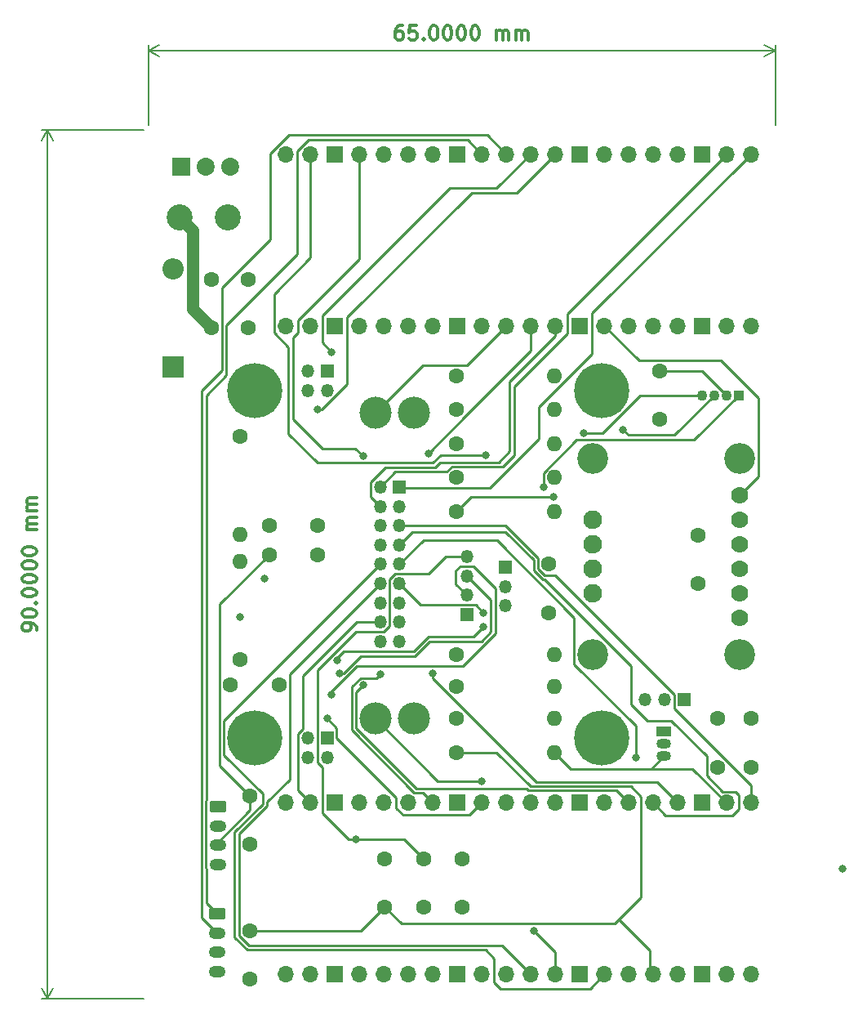
<source format=gbr>
%TF.GenerationSoftware,KiCad,Pcbnew,7.0.7*%
%TF.CreationDate,2024-02-01T11:26:11-05:00*%
%TF.ProjectId,ROSE-PILK_v1,524f5345-2d50-4494-9c4b-5f76312e6b69,rev?*%
%TF.SameCoordinates,Original*%
%TF.FileFunction,Copper,L4,Bot*%
%TF.FilePolarity,Positive*%
%FSLAX46Y46*%
G04 Gerber Fmt 4.6, Leading zero omitted, Abs format (unit mm)*
G04 Created by KiCad (PCBNEW 7.0.7) date 2024-02-01 11:26:11*
%MOMM*%
%LPD*%
G01*
G04 APERTURE LIST*
G04 Aperture macros list*
%AMRoundRect*
0 Rectangle with rounded corners*
0 $1 Rounding radius*
0 $2 $3 $4 $5 $6 $7 $8 $9 X,Y pos of 4 corners*
0 Add a 4 corners polygon primitive as box body*
4,1,4,$2,$3,$4,$5,$6,$7,$8,$9,$2,$3,0*
0 Add four circle primitives for the rounded corners*
1,1,$1+$1,$2,$3*
1,1,$1+$1,$4,$5*
1,1,$1+$1,$6,$7*
1,1,$1+$1,$8,$9*
0 Add four rect primitives between the rounded corners*
20,1,$1+$1,$2,$3,$4,$5,0*
20,1,$1+$1,$4,$5,$6,$7,0*
20,1,$1+$1,$6,$7,$8,$9,0*
20,1,$1+$1,$8,$9,$2,$3,0*%
G04 Aperture macros list end*
%ADD10C,0.300000*%
%TA.AperFunction,NonConductor*%
%ADD11C,0.300000*%
%TD*%
%TA.AperFunction,NonConductor*%
%ADD12C,0.200000*%
%TD*%
%TA.AperFunction,ComponentPad*%
%ADD13RoundRect,0.250000X-0.625000X0.350000X-0.625000X-0.350000X0.625000X-0.350000X0.625000X0.350000X0*%
%TD*%
%TA.AperFunction,ComponentPad*%
%ADD14O,1.750000X1.200000*%
%TD*%
%TA.AperFunction,ComponentPad*%
%ADD15R,1.350000X1.350000*%
%TD*%
%TA.AperFunction,ComponentPad*%
%ADD16O,1.350000X1.350000*%
%TD*%
%TA.AperFunction,ComponentPad*%
%ADD17C,1.600000*%
%TD*%
%TA.AperFunction,ComponentPad*%
%ADD18C,1.778000*%
%TD*%
%TA.AperFunction,ComponentPad*%
%ADD19C,1.930400*%
%TD*%
%TA.AperFunction,ComponentPad*%
%ADD20C,3.200000*%
%TD*%
%TA.AperFunction,ComponentPad*%
%ADD21R,1.860000X1.860000*%
%TD*%
%TA.AperFunction,ComponentPad*%
%ADD22C,1.860000*%
%TD*%
%TA.AperFunction,ComponentPad*%
%ADD23R,2.200000X2.200000*%
%TD*%
%TA.AperFunction,ComponentPad*%
%ADD24O,2.200000X2.200000*%
%TD*%
%TA.AperFunction,ComponentPad*%
%ADD25C,2.700000*%
%TD*%
%TA.AperFunction,ComponentPad*%
%ADD26C,3.320000*%
%TD*%
%TA.AperFunction,ComponentPad*%
%ADD27C,5.700000*%
%TD*%
%TA.AperFunction,ComponentPad*%
%ADD28O,1.600000X1.600000*%
%TD*%
%TA.AperFunction,ComponentPad*%
%ADD29O,1.700000X1.700000*%
%TD*%
%TA.AperFunction,ComponentPad*%
%ADD30R,1.700000X1.700000*%
%TD*%
%TA.AperFunction,ComponentPad*%
%ADD31R,1.100000X1.100000*%
%TD*%
%TA.AperFunction,ComponentPad*%
%ADD32C,1.100000*%
%TD*%
%TA.AperFunction,ComponentPad*%
%ADD33R,1.500000X1.050000*%
%TD*%
%TA.AperFunction,ComponentPad*%
%ADD34O,1.500000X1.050000*%
%TD*%
%TA.AperFunction,ViaPad*%
%ADD35C,0.800000*%
%TD*%
%TA.AperFunction,Conductor*%
%ADD36C,0.250000*%
%TD*%
%TA.AperFunction,Conductor*%
%ADD37C,1.250000*%
%TD*%
G04 APERTURE END LIST*
D10*
D11*
X136378328Y-106785712D02*
X136378328Y-106499998D01*
X136378328Y-106499998D02*
X136306900Y-106357141D01*
X136306900Y-106357141D02*
X136235471Y-106285712D01*
X136235471Y-106285712D02*
X136021185Y-106142855D01*
X136021185Y-106142855D02*
X135735471Y-106071426D01*
X135735471Y-106071426D02*
X135164042Y-106071426D01*
X135164042Y-106071426D02*
X135021185Y-106142855D01*
X135021185Y-106142855D02*
X134949757Y-106214284D01*
X134949757Y-106214284D02*
X134878328Y-106357141D01*
X134878328Y-106357141D02*
X134878328Y-106642855D01*
X134878328Y-106642855D02*
X134949757Y-106785712D01*
X134949757Y-106785712D02*
X135021185Y-106857141D01*
X135021185Y-106857141D02*
X135164042Y-106928569D01*
X135164042Y-106928569D02*
X135521185Y-106928569D01*
X135521185Y-106928569D02*
X135664042Y-106857141D01*
X135664042Y-106857141D02*
X135735471Y-106785712D01*
X135735471Y-106785712D02*
X135806900Y-106642855D01*
X135806900Y-106642855D02*
X135806900Y-106357141D01*
X135806900Y-106357141D02*
X135735471Y-106214284D01*
X135735471Y-106214284D02*
X135664042Y-106142855D01*
X135664042Y-106142855D02*
X135521185Y-106071426D01*
X134878328Y-105142855D02*
X134878328Y-104999998D01*
X134878328Y-104999998D02*
X134949757Y-104857141D01*
X134949757Y-104857141D02*
X135021185Y-104785713D01*
X135021185Y-104785713D02*
X135164042Y-104714284D01*
X135164042Y-104714284D02*
X135449757Y-104642855D01*
X135449757Y-104642855D02*
X135806900Y-104642855D01*
X135806900Y-104642855D02*
X136092614Y-104714284D01*
X136092614Y-104714284D02*
X136235471Y-104785713D01*
X136235471Y-104785713D02*
X136306900Y-104857141D01*
X136306900Y-104857141D02*
X136378328Y-104999998D01*
X136378328Y-104999998D02*
X136378328Y-105142855D01*
X136378328Y-105142855D02*
X136306900Y-105285713D01*
X136306900Y-105285713D02*
X136235471Y-105357141D01*
X136235471Y-105357141D02*
X136092614Y-105428570D01*
X136092614Y-105428570D02*
X135806900Y-105499998D01*
X135806900Y-105499998D02*
X135449757Y-105499998D01*
X135449757Y-105499998D02*
X135164042Y-105428570D01*
X135164042Y-105428570D02*
X135021185Y-105357141D01*
X135021185Y-105357141D02*
X134949757Y-105285713D01*
X134949757Y-105285713D02*
X134878328Y-105142855D01*
X136235471Y-103999999D02*
X136306900Y-103928570D01*
X136306900Y-103928570D02*
X136378328Y-103999999D01*
X136378328Y-103999999D02*
X136306900Y-104071427D01*
X136306900Y-104071427D02*
X136235471Y-103999999D01*
X136235471Y-103999999D02*
X136378328Y-103999999D01*
X134878328Y-102999998D02*
X134878328Y-102857141D01*
X134878328Y-102857141D02*
X134949757Y-102714284D01*
X134949757Y-102714284D02*
X135021185Y-102642856D01*
X135021185Y-102642856D02*
X135164042Y-102571427D01*
X135164042Y-102571427D02*
X135449757Y-102499998D01*
X135449757Y-102499998D02*
X135806900Y-102499998D01*
X135806900Y-102499998D02*
X136092614Y-102571427D01*
X136092614Y-102571427D02*
X136235471Y-102642856D01*
X136235471Y-102642856D02*
X136306900Y-102714284D01*
X136306900Y-102714284D02*
X136378328Y-102857141D01*
X136378328Y-102857141D02*
X136378328Y-102999998D01*
X136378328Y-102999998D02*
X136306900Y-103142856D01*
X136306900Y-103142856D02*
X136235471Y-103214284D01*
X136235471Y-103214284D02*
X136092614Y-103285713D01*
X136092614Y-103285713D02*
X135806900Y-103357141D01*
X135806900Y-103357141D02*
X135449757Y-103357141D01*
X135449757Y-103357141D02*
X135164042Y-103285713D01*
X135164042Y-103285713D02*
X135021185Y-103214284D01*
X135021185Y-103214284D02*
X134949757Y-103142856D01*
X134949757Y-103142856D02*
X134878328Y-102999998D01*
X134878328Y-101571427D02*
X134878328Y-101428570D01*
X134878328Y-101428570D02*
X134949757Y-101285713D01*
X134949757Y-101285713D02*
X135021185Y-101214285D01*
X135021185Y-101214285D02*
X135164042Y-101142856D01*
X135164042Y-101142856D02*
X135449757Y-101071427D01*
X135449757Y-101071427D02*
X135806900Y-101071427D01*
X135806900Y-101071427D02*
X136092614Y-101142856D01*
X136092614Y-101142856D02*
X136235471Y-101214285D01*
X136235471Y-101214285D02*
X136306900Y-101285713D01*
X136306900Y-101285713D02*
X136378328Y-101428570D01*
X136378328Y-101428570D02*
X136378328Y-101571427D01*
X136378328Y-101571427D02*
X136306900Y-101714285D01*
X136306900Y-101714285D02*
X136235471Y-101785713D01*
X136235471Y-101785713D02*
X136092614Y-101857142D01*
X136092614Y-101857142D02*
X135806900Y-101928570D01*
X135806900Y-101928570D02*
X135449757Y-101928570D01*
X135449757Y-101928570D02*
X135164042Y-101857142D01*
X135164042Y-101857142D02*
X135021185Y-101785713D01*
X135021185Y-101785713D02*
X134949757Y-101714285D01*
X134949757Y-101714285D02*
X134878328Y-101571427D01*
X134878328Y-100142856D02*
X134878328Y-99999999D01*
X134878328Y-99999999D02*
X134949757Y-99857142D01*
X134949757Y-99857142D02*
X135021185Y-99785714D01*
X135021185Y-99785714D02*
X135164042Y-99714285D01*
X135164042Y-99714285D02*
X135449757Y-99642856D01*
X135449757Y-99642856D02*
X135806900Y-99642856D01*
X135806900Y-99642856D02*
X136092614Y-99714285D01*
X136092614Y-99714285D02*
X136235471Y-99785714D01*
X136235471Y-99785714D02*
X136306900Y-99857142D01*
X136306900Y-99857142D02*
X136378328Y-99999999D01*
X136378328Y-99999999D02*
X136378328Y-100142856D01*
X136378328Y-100142856D02*
X136306900Y-100285714D01*
X136306900Y-100285714D02*
X136235471Y-100357142D01*
X136235471Y-100357142D02*
X136092614Y-100428571D01*
X136092614Y-100428571D02*
X135806900Y-100499999D01*
X135806900Y-100499999D02*
X135449757Y-100499999D01*
X135449757Y-100499999D02*
X135164042Y-100428571D01*
X135164042Y-100428571D02*
X135021185Y-100357142D01*
X135021185Y-100357142D02*
X134949757Y-100285714D01*
X134949757Y-100285714D02*
X134878328Y-100142856D01*
X134878328Y-98714285D02*
X134878328Y-98571428D01*
X134878328Y-98571428D02*
X134949757Y-98428571D01*
X134949757Y-98428571D02*
X135021185Y-98357143D01*
X135021185Y-98357143D02*
X135164042Y-98285714D01*
X135164042Y-98285714D02*
X135449757Y-98214285D01*
X135449757Y-98214285D02*
X135806900Y-98214285D01*
X135806900Y-98214285D02*
X136092614Y-98285714D01*
X136092614Y-98285714D02*
X136235471Y-98357143D01*
X136235471Y-98357143D02*
X136306900Y-98428571D01*
X136306900Y-98428571D02*
X136378328Y-98571428D01*
X136378328Y-98571428D02*
X136378328Y-98714285D01*
X136378328Y-98714285D02*
X136306900Y-98857143D01*
X136306900Y-98857143D02*
X136235471Y-98928571D01*
X136235471Y-98928571D02*
X136092614Y-99000000D01*
X136092614Y-99000000D02*
X135806900Y-99071428D01*
X135806900Y-99071428D02*
X135449757Y-99071428D01*
X135449757Y-99071428D02*
X135164042Y-99000000D01*
X135164042Y-99000000D02*
X135021185Y-98928571D01*
X135021185Y-98928571D02*
X134949757Y-98857143D01*
X134949757Y-98857143D02*
X134878328Y-98714285D01*
X136378328Y-96428572D02*
X135378328Y-96428572D01*
X135521185Y-96428572D02*
X135449757Y-96357143D01*
X135449757Y-96357143D02*
X135378328Y-96214286D01*
X135378328Y-96214286D02*
X135378328Y-96000000D01*
X135378328Y-96000000D02*
X135449757Y-95857143D01*
X135449757Y-95857143D02*
X135592614Y-95785715D01*
X135592614Y-95785715D02*
X136378328Y-95785715D01*
X135592614Y-95785715D02*
X135449757Y-95714286D01*
X135449757Y-95714286D02*
X135378328Y-95571429D01*
X135378328Y-95571429D02*
X135378328Y-95357143D01*
X135378328Y-95357143D02*
X135449757Y-95214286D01*
X135449757Y-95214286D02*
X135592614Y-95142857D01*
X135592614Y-95142857D02*
X136378328Y-95142857D01*
X136378328Y-94428572D02*
X135378328Y-94428572D01*
X135521185Y-94428572D02*
X135449757Y-94357143D01*
X135449757Y-94357143D02*
X135378328Y-94214286D01*
X135378328Y-94214286D02*
X135378328Y-94000000D01*
X135378328Y-94000000D02*
X135449757Y-93857143D01*
X135449757Y-93857143D02*
X135592614Y-93785715D01*
X135592614Y-93785715D02*
X136378328Y-93785715D01*
X135592614Y-93785715D02*
X135449757Y-93714286D01*
X135449757Y-93714286D02*
X135378328Y-93571429D01*
X135378328Y-93571429D02*
X135378328Y-93357143D01*
X135378328Y-93357143D02*
X135449757Y-93214286D01*
X135449757Y-93214286D02*
X135592614Y-93142857D01*
X135592614Y-93142857D02*
X136378328Y-93142857D01*
D12*
X147500000Y-55000000D02*
X136913580Y-55000000D01*
X147500000Y-145000000D02*
X136913580Y-145000000D01*
X137500000Y-55000000D02*
X137500000Y-145000000D01*
X137500000Y-55000000D02*
X137500000Y-145000000D01*
X137500000Y-55000000D02*
X138086421Y-56126504D01*
X137500000Y-55000000D02*
X136913579Y-56126504D01*
X137500000Y-145000000D02*
X136913579Y-143873496D01*
X137500000Y-145000000D02*
X138086421Y-143873496D01*
D10*
D11*
X174285716Y-44178328D02*
X174000001Y-44178328D01*
X174000001Y-44178328D02*
X173857144Y-44249757D01*
X173857144Y-44249757D02*
X173785716Y-44321185D01*
X173785716Y-44321185D02*
X173642858Y-44535471D01*
X173642858Y-44535471D02*
X173571430Y-44821185D01*
X173571430Y-44821185D02*
X173571430Y-45392614D01*
X173571430Y-45392614D02*
X173642858Y-45535471D01*
X173642858Y-45535471D02*
X173714287Y-45606900D01*
X173714287Y-45606900D02*
X173857144Y-45678328D01*
X173857144Y-45678328D02*
X174142858Y-45678328D01*
X174142858Y-45678328D02*
X174285716Y-45606900D01*
X174285716Y-45606900D02*
X174357144Y-45535471D01*
X174357144Y-45535471D02*
X174428573Y-45392614D01*
X174428573Y-45392614D02*
X174428573Y-45035471D01*
X174428573Y-45035471D02*
X174357144Y-44892614D01*
X174357144Y-44892614D02*
X174285716Y-44821185D01*
X174285716Y-44821185D02*
X174142858Y-44749757D01*
X174142858Y-44749757D02*
X173857144Y-44749757D01*
X173857144Y-44749757D02*
X173714287Y-44821185D01*
X173714287Y-44821185D02*
X173642858Y-44892614D01*
X173642858Y-44892614D02*
X173571430Y-45035471D01*
X175785715Y-44178328D02*
X175071429Y-44178328D01*
X175071429Y-44178328D02*
X175000001Y-44892614D01*
X175000001Y-44892614D02*
X175071429Y-44821185D01*
X175071429Y-44821185D02*
X175214287Y-44749757D01*
X175214287Y-44749757D02*
X175571429Y-44749757D01*
X175571429Y-44749757D02*
X175714287Y-44821185D01*
X175714287Y-44821185D02*
X175785715Y-44892614D01*
X175785715Y-44892614D02*
X175857144Y-45035471D01*
X175857144Y-45035471D02*
X175857144Y-45392614D01*
X175857144Y-45392614D02*
X175785715Y-45535471D01*
X175785715Y-45535471D02*
X175714287Y-45606900D01*
X175714287Y-45606900D02*
X175571429Y-45678328D01*
X175571429Y-45678328D02*
X175214287Y-45678328D01*
X175214287Y-45678328D02*
X175071429Y-45606900D01*
X175071429Y-45606900D02*
X175000001Y-45535471D01*
X176500000Y-45535471D02*
X176571429Y-45606900D01*
X176571429Y-45606900D02*
X176500000Y-45678328D01*
X176500000Y-45678328D02*
X176428572Y-45606900D01*
X176428572Y-45606900D02*
X176500000Y-45535471D01*
X176500000Y-45535471D02*
X176500000Y-45678328D01*
X177500001Y-44178328D02*
X177642858Y-44178328D01*
X177642858Y-44178328D02*
X177785715Y-44249757D01*
X177785715Y-44249757D02*
X177857144Y-44321185D01*
X177857144Y-44321185D02*
X177928572Y-44464042D01*
X177928572Y-44464042D02*
X178000001Y-44749757D01*
X178000001Y-44749757D02*
X178000001Y-45106900D01*
X178000001Y-45106900D02*
X177928572Y-45392614D01*
X177928572Y-45392614D02*
X177857144Y-45535471D01*
X177857144Y-45535471D02*
X177785715Y-45606900D01*
X177785715Y-45606900D02*
X177642858Y-45678328D01*
X177642858Y-45678328D02*
X177500001Y-45678328D01*
X177500001Y-45678328D02*
X177357144Y-45606900D01*
X177357144Y-45606900D02*
X177285715Y-45535471D01*
X177285715Y-45535471D02*
X177214286Y-45392614D01*
X177214286Y-45392614D02*
X177142858Y-45106900D01*
X177142858Y-45106900D02*
X177142858Y-44749757D01*
X177142858Y-44749757D02*
X177214286Y-44464042D01*
X177214286Y-44464042D02*
X177285715Y-44321185D01*
X177285715Y-44321185D02*
X177357144Y-44249757D01*
X177357144Y-44249757D02*
X177500001Y-44178328D01*
X178928572Y-44178328D02*
X179071429Y-44178328D01*
X179071429Y-44178328D02*
X179214286Y-44249757D01*
X179214286Y-44249757D02*
X179285715Y-44321185D01*
X179285715Y-44321185D02*
X179357143Y-44464042D01*
X179357143Y-44464042D02*
X179428572Y-44749757D01*
X179428572Y-44749757D02*
X179428572Y-45106900D01*
X179428572Y-45106900D02*
X179357143Y-45392614D01*
X179357143Y-45392614D02*
X179285715Y-45535471D01*
X179285715Y-45535471D02*
X179214286Y-45606900D01*
X179214286Y-45606900D02*
X179071429Y-45678328D01*
X179071429Y-45678328D02*
X178928572Y-45678328D01*
X178928572Y-45678328D02*
X178785715Y-45606900D01*
X178785715Y-45606900D02*
X178714286Y-45535471D01*
X178714286Y-45535471D02*
X178642857Y-45392614D01*
X178642857Y-45392614D02*
X178571429Y-45106900D01*
X178571429Y-45106900D02*
X178571429Y-44749757D01*
X178571429Y-44749757D02*
X178642857Y-44464042D01*
X178642857Y-44464042D02*
X178714286Y-44321185D01*
X178714286Y-44321185D02*
X178785715Y-44249757D01*
X178785715Y-44249757D02*
X178928572Y-44178328D01*
X180357143Y-44178328D02*
X180500000Y-44178328D01*
X180500000Y-44178328D02*
X180642857Y-44249757D01*
X180642857Y-44249757D02*
X180714286Y-44321185D01*
X180714286Y-44321185D02*
X180785714Y-44464042D01*
X180785714Y-44464042D02*
X180857143Y-44749757D01*
X180857143Y-44749757D02*
X180857143Y-45106900D01*
X180857143Y-45106900D02*
X180785714Y-45392614D01*
X180785714Y-45392614D02*
X180714286Y-45535471D01*
X180714286Y-45535471D02*
X180642857Y-45606900D01*
X180642857Y-45606900D02*
X180500000Y-45678328D01*
X180500000Y-45678328D02*
X180357143Y-45678328D01*
X180357143Y-45678328D02*
X180214286Y-45606900D01*
X180214286Y-45606900D02*
X180142857Y-45535471D01*
X180142857Y-45535471D02*
X180071428Y-45392614D01*
X180071428Y-45392614D02*
X180000000Y-45106900D01*
X180000000Y-45106900D02*
X180000000Y-44749757D01*
X180000000Y-44749757D02*
X180071428Y-44464042D01*
X180071428Y-44464042D02*
X180142857Y-44321185D01*
X180142857Y-44321185D02*
X180214286Y-44249757D01*
X180214286Y-44249757D02*
X180357143Y-44178328D01*
X181785714Y-44178328D02*
X181928571Y-44178328D01*
X181928571Y-44178328D02*
X182071428Y-44249757D01*
X182071428Y-44249757D02*
X182142857Y-44321185D01*
X182142857Y-44321185D02*
X182214285Y-44464042D01*
X182214285Y-44464042D02*
X182285714Y-44749757D01*
X182285714Y-44749757D02*
X182285714Y-45106900D01*
X182285714Y-45106900D02*
X182214285Y-45392614D01*
X182214285Y-45392614D02*
X182142857Y-45535471D01*
X182142857Y-45535471D02*
X182071428Y-45606900D01*
X182071428Y-45606900D02*
X181928571Y-45678328D01*
X181928571Y-45678328D02*
X181785714Y-45678328D01*
X181785714Y-45678328D02*
X181642857Y-45606900D01*
X181642857Y-45606900D02*
X181571428Y-45535471D01*
X181571428Y-45535471D02*
X181499999Y-45392614D01*
X181499999Y-45392614D02*
X181428571Y-45106900D01*
X181428571Y-45106900D02*
X181428571Y-44749757D01*
X181428571Y-44749757D02*
X181499999Y-44464042D01*
X181499999Y-44464042D02*
X181571428Y-44321185D01*
X181571428Y-44321185D02*
X181642857Y-44249757D01*
X181642857Y-44249757D02*
X181785714Y-44178328D01*
X184071427Y-45678328D02*
X184071427Y-44678328D01*
X184071427Y-44821185D02*
X184142856Y-44749757D01*
X184142856Y-44749757D02*
X184285713Y-44678328D01*
X184285713Y-44678328D02*
X184499999Y-44678328D01*
X184499999Y-44678328D02*
X184642856Y-44749757D01*
X184642856Y-44749757D02*
X184714285Y-44892614D01*
X184714285Y-44892614D02*
X184714285Y-45678328D01*
X184714285Y-44892614D02*
X184785713Y-44749757D01*
X184785713Y-44749757D02*
X184928570Y-44678328D01*
X184928570Y-44678328D02*
X185142856Y-44678328D01*
X185142856Y-44678328D02*
X185285713Y-44749757D01*
X185285713Y-44749757D02*
X185357142Y-44892614D01*
X185357142Y-44892614D02*
X185357142Y-45678328D01*
X186071427Y-45678328D02*
X186071427Y-44678328D01*
X186071427Y-44821185D02*
X186142856Y-44749757D01*
X186142856Y-44749757D02*
X186285713Y-44678328D01*
X186285713Y-44678328D02*
X186499999Y-44678328D01*
X186499999Y-44678328D02*
X186642856Y-44749757D01*
X186642856Y-44749757D02*
X186714285Y-44892614D01*
X186714285Y-44892614D02*
X186714285Y-45678328D01*
X186714285Y-44892614D02*
X186785713Y-44749757D01*
X186785713Y-44749757D02*
X186928570Y-44678328D01*
X186928570Y-44678328D02*
X187142856Y-44678328D01*
X187142856Y-44678328D02*
X187285713Y-44749757D01*
X187285713Y-44749757D02*
X187357142Y-44892614D01*
X187357142Y-44892614D02*
X187357142Y-45678328D01*
D12*
X148000000Y-54500000D02*
X148000000Y-46213580D01*
X213000000Y-54500000D02*
X213000000Y-46213580D01*
X148000000Y-46800000D02*
X213000000Y-46800000D01*
X148000000Y-46800000D02*
X213000000Y-46800000D01*
X148000000Y-46800000D02*
X149126504Y-46213579D01*
X148000000Y-46800000D02*
X149126504Y-47386421D01*
X213000000Y-46800000D02*
X211873496Y-47386421D01*
X213000000Y-46800000D02*
X211873496Y-46213579D01*
D13*
%TO.P,J7,1,Pin_1*%
%TO.N,/QUADB1*%
X155100000Y-136200000D03*
D14*
%TO.P,J7,2,Pin_2*%
%TO.N,/QUADA1*%
X155100000Y-138200000D03*
%TO.P,J7,3,Pin_3*%
%TO.N,/3V3*%
X155100000Y-140200000D03*
%TO.P,J7,4,Pin_4*%
%TO.N,/GND*%
X155100000Y-142200000D03*
%TD*%
D15*
%TO.P,J13,1,Pin_1*%
%TO.N,/5V*%
X166500000Y-118000000D03*
D16*
%TO.P,J13,2,Pin_2*%
X164500000Y-118000000D03*
%TO.P,J13,3,Pin_3*%
X166500000Y-120000000D03*
%TO.P,J13,4,Pin_4*%
X164500000Y-120000000D03*
%TD*%
D17*
%TO.P,CAN2,1*%
%TO.N,/3V3*%
X160500000Y-99000000D03*
%TO.P,CAN2,2*%
%TO.N,/GND*%
X165500000Y-99000000D03*
%TD*%
%TO.P,JETSON1V8,1*%
%TO.N,/GND*%
X176500000Y-135500000D03*
%TO.P,JETSON1V8,2*%
%TO.N,Net-(J1-Pin_4)*%
X176500000Y-130500000D03*
%TD*%
D18*
%TO.P,IMU,1*%
%TO.N,/3V3*%
X209307500Y-105537500D03*
D19*
%TO.N,/INT*%
X194067501Y-102997500D03*
D18*
%TO.P,IMU,2*%
%TO.N,N/C*%
X209307501Y-102997500D03*
D19*
%TO.N,/ADR*%
X194067501Y-100457500D03*
D18*
%TO.P,IMU,3*%
%TO.N,/GND*%
X209307501Y-100457500D03*
D19*
%TO.N,/PS0*%
X194067501Y-97917500D03*
D18*
%TO.P,IMU,4*%
%TO.N,/IMU_SCL*%
X209307501Y-97917500D03*
D19*
%TO.N,/PS1*%
X194067501Y-95377500D03*
D18*
%TO.P,IMU,5*%
%TO.N,/IMU_SDA*%
X209307501Y-95377500D03*
%TO.P,IMU,6*%
%TO.N,/IMU_RST*%
X209307501Y-92837500D03*
D20*
%TO.P,IMU,P$1*%
%TO.N,N/C*%
X194067501Y-109347500D03*
X209307501Y-109347500D03*
X194067501Y-89027500D03*
X209307501Y-89027500D03*
%TD*%
D21*
%TO.P,Q1,1,IN*%
%TO.N,Net-(Q1-IN)*%
X151420000Y-58800000D03*
D22*
%TO.P,Q1,2,GND*%
%TO.N,/GND*%
X153960000Y-58800000D03*
%TO.P,Q1,3,OUT*%
%TO.N,Net-(D17-A)*%
X156500000Y-58800000D03*
%TD*%
D23*
%TO.P,D17,1,K*%
%TO.N,/5V*%
X150500000Y-79580000D03*
D24*
%TO.P,D17,2,A*%
%TO.N,Net-(D17-A)*%
X150500000Y-69420000D03*
%TD*%
D25*
%TO.P,U4,P$2,-*%
%TO.N,/GND*%
X156200000Y-64100000D03*
%TO.P,U4,P$1,+*%
%TO.N,Net-(Q1-IN)*%
X151200000Y-64100000D03*
%TD*%
D26*
%TO.P,SW2,1,1*%
%TO.N,Net-(U6-RUN)*%
X171500000Y-116000000D03*
%TO.P,SW2,2,2*%
%TO.N,/GND*%
X175500000Y-116000000D03*
%TD*%
D17*
%TO.P,CAN1,1*%
%TO.N,/3V3*%
X160500000Y-96000000D03*
%TO.P,CAN1,2*%
%TO.N,/GND*%
X165500000Y-96000000D03*
%TD*%
D27*
%TO.P,REF\u002A\u002A,1*%
%TO.N,N/C*%
X159000000Y-118000000D03*
%TD*%
D17*
%TO.P,R33,1*%
%TO.N,Net-(J4-Pin_2)*%
X157500000Y-109880000D03*
D28*
%TO.P,R33,2*%
%TO.N,Net-(J4-Pin_1)*%
X157500000Y-99720000D03*
%TD*%
D15*
%TO.P,J1,1,Pin_1*%
%TO.N,/GND*%
X181000000Y-105200000D03*
D16*
%TO.P,J1,2,Pin_2*%
%TO.N,Net-(J1-Pin_2)*%
X181000000Y-103200000D03*
%TO.P,J1,3,Pin_3*%
%TO.N,Net-(J1-Pin_3)*%
X181000000Y-101200000D03*
%TO.P,J1,4,Pin_4*%
%TO.N,Net-(J1-Pin_4)*%
X181000000Y-99200000D03*
%TD*%
D17*
%TO.P,IMUC13,1*%
%TO.N,/3V3*%
X205000000Y-102000000D03*
%TO.P,IMUC13,2*%
%TO.N,/GND*%
X205000000Y-97000000D03*
%TD*%
D29*
%TO.P,U6,1,GPIO0*%
%TO.N,/B0*%
X210500000Y-124720000D03*
%TO.P,U6,2,GPIO1*%
%TO.N,/DR16_TX*%
X207960000Y-124720000D03*
D30*
%TO.P,U6,3,GND*%
%TO.N,/GND*%
X205420000Y-124720000D03*
D29*
%TO.P,U6,4,GPIO2*%
%TO.N,/B2*%
X202880000Y-124720000D03*
%TO.P,U6,5,GPIO3*%
%TO.N,/B3*%
X200340000Y-124720000D03*
%TO.P,U6,6,GPIO4*%
%TO.N,/B4*%
X197800000Y-124720000D03*
%TO.P,U6,7,GPIO5*%
%TO.N,/B5*%
X195260000Y-124720000D03*
D30*
%TO.P,U6,8,GND*%
%TO.N,/GND*%
X192720000Y-124720000D03*
D29*
%TO.P,U6,9,GPIO6*%
%TO.N,/CAN1_RX*%
X190180000Y-124720000D03*
%TO.P,U6,10,GPIO7*%
%TO.N,/CAN1_TX*%
X187640000Y-124720000D03*
%TO.P,U6,11,GPIO8*%
%TO.N,/CAN2_RX*%
X185100000Y-124720000D03*
%TO.P,U6,12,GPIO9*%
%TO.N,/CAN2_TX*%
X182560000Y-124720000D03*
D30*
%TO.P,U6,13,GND*%
%TO.N,/GND*%
X180020000Y-124720000D03*
D29*
%TO.P,U6,14,GPIO10*%
%TO.N,/B10*%
X177480000Y-124720000D03*
%TO.P,U6,15,GPIO11*%
%TO.N,/B11*%
X174940000Y-124720000D03*
%TO.P,U6,16,GPIO12*%
%TO.N,/P2P_2*%
X172400000Y-124720000D03*
%TO.P,U6,17,GPIO13*%
%TO.N,/P2P_1*%
X169860000Y-124720000D03*
D30*
%TO.P,U6,18,GND*%
%TO.N,/GND*%
X167320000Y-124720000D03*
D29*
%TO.P,U6,19,GPIO14*%
%TO.N,/B14*%
X164780000Y-124720000D03*
%TO.P,U6,20,GPIO15*%
%TO.N,unconnected-(U6-GPIO15-Pad20)*%
X162240000Y-124720000D03*
%TO.P,U6,21,GPIO16*%
%TO.N,unconnected-(U6-GPIO16-Pad21)*%
X162240000Y-142500000D03*
%TO.P,U6,22,GPIO17*%
%TO.N,unconnected-(U6-GPIO17-Pad22)*%
X164780000Y-142500000D03*
D30*
%TO.P,U6,23,GND*%
%TO.N,/GND*%
X167320000Y-142500000D03*
D29*
%TO.P,U6,24,GPIO18*%
%TO.N,unconnected-(U6-GPIO18-Pad24)*%
X169860000Y-142500000D03*
%TO.P,U6,25,GPIO19*%
%TO.N,unconnected-(U6-GPIO19-Pad25)*%
X172400000Y-142500000D03*
%TO.P,U6,26,GPIO20*%
%TO.N,/B20*%
X174940000Y-142500000D03*
%TO.P,U6,27,GPIO21*%
%TO.N,/B21*%
X177480000Y-142500000D03*
D30*
%TO.P,U6,28,GND*%
%TO.N,/GND*%
X180020000Y-142500000D03*
D29*
%TO.P,U6,29,GPIO22*%
%TO.N,/B22*%
X182560000Y-142500000D03*
%TO.P,U6,30,RUN*%
%TO.N,Net-(U6-RUN)*%
X185100000Y-142500000D03*
%TO.P,U6,31,GPIO26_ADC0*%
%TO.N,/B26*%
X187640000Y-142500000D03*
%TO.P,U6,32,GPIO27_ADC1*%
%TO.N,/B27*%
X190180000Y-142500000D03*
D30*
%TO.P,U6,33,AGND*%
%TO.N,/GND*%
X192720000Y-142500000D03*
D29*
%TO.P,U6,34,GPIO28_ADC2*%
%TO.N,/B28*%
X195260000Y-142500000D03*
%TO.P,U6,35,ADC_VREF*%
%TO.N,unconnected-(U6-ADC_VREF-Pad35)*%
X197800000Y-142500000D03*
%TO.P,U6,36,3V3*%
%TO.N,/3V3*%
X200340000Y-142500000D03*
%TO.P,U6,37,3V3_EN*%
%TO.N,unconnected-(U6-3V3_EN-Pad37)*%
X202880000Y-142500000D03*
D30*
%TO.P,U6,38,GND*%
%TO.N,/GND*%
X205420000Y-142500000D03*
D29*
%TO.P,U6,39,VSYS*%
%TO.N,/5V*%
X207960000Y-142500000D03*
%TO.P,U6,40,VBUS*%
%TO.N,unconnected-(U6-VBUS-Pad40)*%
X210500000Y-142500000D03*
%TD*%
D17*
%TO.P,C3,1*%
%TO.N,Net-(D17-A)*%
X158300000Y-75500000D03*
%TO.P,C3,2*%
%TO.N,/GND*%
X158300000Y-70500000D03*
%TD*%
D29*
%TO.P,U1,1,GPIO0*%
%TO.N,/A0*%
X210500000Y-57500000D03*
%TO.P,U1,2,GPIO1*%
%TO.N,/A1*%
X207960000Y-57500000D03*
D30*
%TO.P,U1,3,GND*%
%TO.N,/GND*%
X205420000Y-57500000D03*
D29*
%TO.P,U1,4,GPIO2*%
%TO.N,/IMU_SDA*%
X202880000Y-57500000D03*
%TO.P,U1,5,GPIO3*%
%TO.N,/IMU_SCL*%
X200340000Y-57500000D03*
%TO.P,U1,6,GPIO4*%
%TO.N,/JETSON_rx*%
X197800000Y-57500000D03*
%TO.P,U1,7,GPIO5*%
%TO.N,/JETSON_tx*%
X195260000Y-57500000D03*
D30*
%TO.P,U1,8,GND*%
%TO.N,/GND*%
X192720000Y-57500000D03*
D29*
%TO.P,U1,9,GPIO6*%
%TO.N,/CAN1_RX*%
X190180000Y-57500000D03*
%TO.P,U1,10,GPIO7*%
%TO.N,/CAN1_TX*%
X187640000Y-57500000D03*
%TO.P,U1,11,GPIO8*%
%TO.N,/QUADA1*%
X185100000Y-57500000D03*
%TO.P,U1,12,GPIO9*%
%TO.N,/QUADB1*%
X182560000Y-57500000D03*
D30*
%TO.P,U1,13,GND*%
%TO.N,/GND*%
X180020000Y-57500000D03*
D29*
%TO.P,U1,14,GPIO10*%
%TO.N,/QUADA2*%
X177480000Y-57500000D03*
%TO.P,U1,15,GPIO11*%
%TO.N,/QUADB2*%
X174940000Y-57500000D03*
%TO.P,U1,16,GPIO12*%
%TO.N,/P2P_1*%
X172400000Y-57500000D03*
%TO.P,U1,17,GPIO13*%
%TO.N,/P2P_2*%
X169860000Y-57500000D03*
D30*
%TO.P,U1,18,GND*%
%TO.N,/GND*%
X167320000Y-57500000D03*
D29*
%TO.P,U1,19,GPIO14*%
%TO.N,/SERVO*%
X164780000Y-57500000D03*
%TO.P,U1,20,GPIO15*%
%TO.N,unconnected-(U1-GPIO15-Pad20)*%
X162240000Y-57500000D03*
%TO.P,U1,21,GPIO16*%
%TO.N,unconnected-(U1-GPIO16-Pad21)*%
X162240000Y-75280000D03*
%TO.P,U1,22,GPIO17*%
%TO.N,unconnected-(U1-GPIO17-Pad22)*%
X164780000Y-75280000D03*
D30*
%TO.P,U1,23,GND*%
%TO.N,/GND*%
X167320000Y-75280000D03*
D29*
%TO.P,U1,24,GPIO18*%
%TO.N,unconnected-(U1-GPIO18-Pad24)*%
X169860000Y-75280000D03*
%TO.P,U1,25,GPIO19*%
%TO.N,unconnected-(U1-GPIO19-Pad25)*%
X172400000Y-75280000D03*
%TO.P,U1,26,GPIO20*%
%TO.N,/LEDR*%
X174940000Y-75280000D03*
%TO.P,U1,27,GPIO21*%
%TO.N,/LEDG*%
X177480000Y-75280000D03*
D30*
%TO.P,U1,28,GND*%
%TO.N,/GND*%
X180020000Y-75280000D03*
D29*
%TO.P,U1,29,GPIO22*%
%TO.N,/LEDB*%
X182560000Y-75280000D03*
%TO.P,U1,30,RUN*%
%TO.N,Net-(U1-RUN)*%
X185100000Y-75280000D03*
%TO.P,U1,31,GPIO26_ADC0*%
%TO.N,/A26*%
X187640000Y-75280000D03*
%TO.P,U1,32,GPIO27_ADC1*%
%TO.N,/A27*%
X190180000Y-75280000D03*
D30*
%TO.P,U1,33,AGND*%
%TO.N,/GND*%
X192720000Y-75280000D03*
D29*
%TO.P,U1,34,GPIO28_ADC2*%
%TO.N,/IMU_RST*%
X195260000Y-75280000D03*
%TO.P,U1,35,ADC_VREF*%
%TO.N,unconnected-(U1-ADC_VREF-Pad35)*%
X197800000Y-75280000D03*
%TO.P,U1,36,3V3*%
%TO.N,/3V3*%
X200340000Y-75280000D03*
%TO.P,U1,37,3V3_EN*%
%TO.N,unconnected-(U1-3V3_EN-Pad37)*%
X202880000Y-75280000D03*
D30*
%TO.P,U1,38,GND*%
%TO.N,/GND*%
X205420000Y-75280000D03*
D29*
%TO.P,U1,39,VSYS*%
%TO.N,/5V*%
X207960000Y-75280000D03*
%TO.P,U1,40,VBUS*%
%TO.N,unconnected-(U1-VBUS-Pad40)*%
X210500000Y-75280000D03*
%TD*%
D17*
%TO.P,PICOU1,1*%
%TO.N,/5V*%
X201000000Y-85000000D03*
%TO.P,PICOU1,2*%
%TO.N,/GND*%
X201000000Y-80000000D03*
%TD*%
D31*
%TO.P,D16,1*%
%TO.N,Net-(D16-Pad1)*%
X209170000Y-82500000D03*
D32*
%TO.P,D16,2*%
%TO.N,/GND*%
X207900000Y-82500000D03*
%TO.P,D16,3*%
%TO.N,Net-(D16-Pad3)*%
X206630000Y-82500000D03*
%TO.P,D16,4*%
%TO.N,Net-(D16-Pad4)*%
X205360000Y-82500000D03*
%TD*%
D17*
%TO.P,C2,1*%
%TO.N,Net-(Q1-IN)*%
X154500000Y-75500000D03*
%TO.P,C2,2*%
%TO.N,/GND*%
X154500000Y-70500000D03*
%TD*%
%TO.P,R5,1*%
%TO.N,/GPIO1-A*%
X179920000Y-80500000D03*
D28*
%TO.P,R5,2*%
%TO.N,/GPIO0-B*%
X190080000Y-80500000D03*
%TD*%
D17*
%TO.P,QUAD2,1*%
%TO.N,/3V3*%
X158500000Y-138000000D03*
%TO.P,QUAD2,2*%
%TO.N,/GND*%
X158500000Y-143000000D03*
%TD*%
%TO.P,R30,1*%
%TO.N,Net-(J2-Pin_3)*%
X179920000Y-94500000D03*
D28*
%TO.P,R30,2*%
%TO.N,Net-(Q3-B)*%
X190080000Y-94500000D03*
%TD*%
D17*
%TO.P,R1,1*%
%TO.N,/LEDG*%
X179920000Y-109400000D03*
D28*
%TO.P,R1,2*%
%TO.N,Net-(D16-Pad4)*%
X190080000Y-109400000D03*
%TD*%
D15*
%TO.P,J10,1,Pin_1*%
%TO.N,/A0*%
X174000000Y-92000000D03*
D16*
%TO.P,J10,2,Pin_2*%
%TO.N,/A1*%
X172000000Y-92000000D03*
%TO.P,J10,3,Pin_3*%
%TO.N,/A26*%
X174000000Y-94000000D03*
%TO.P,J10,4,Pin_4*%
%TO.N,/A27*%
X172000000Y-94000000D03*
%TO.P,J10,5,Pin_5*%
%TO.N,/B0*%
X174000000Y-96000000D03*
%TO.P,J10,6,Pin_6*%
%TO.N,/B2*%
X172000000Y-96000000D03*
%TO.P,J10,7,Pin_7*%
%TO.N,/B3*%
X174000000Y-98000000D03*
%TO.P,J10,8,Pin_8*%
%TO.N,/B4*%
X172000000Y-98000000D03*
%TO.P,J10,9,Pin_9*%
%TO.N,/B5*%
X174000000Y-100000000D03*
%TO.P,J10,10,Pin_10*%
%TO.N,/B28*%
X172000000Y-100000000D03*
%TO.P,J10,11,Pin_11*%
%TO.N,/B27*%
X174000000Y-102000000D03*
%TO.P,J10,12,Pin_12*%
%TO.N,/B26*%
X172000000Y-102000000D03*
%TO.P,J10,13,Pin_13*%
%TO.N,/B22*%
X174000000Y-104000000D03*
%TO.P,J10,14,Pin_14*%
%TO.N,/B21*%
X172000000Y-104000000D03*
%TO.P,J10,15,Pin_15*%
%TO.N,/B20*%
X174000000Y-106000000D03*
%TO.P,J10,16,Pin_16*%
%TO.N,/B14*%
X172000000Y-106000000D03*
%TO.P,J10,17,Pin_17*%
%TO.N,/B11*%
X174000000Y-108000000D03*
%TO.P,J10,18,Pin_18*%
%TO.N,/B10*%
X172000000Y-108000000D03*
%TD*%
D17*
%TO.P,JETSON3V3,1*%
%TO.N,/3V3*%
X172500000Y-135500000D03*
%TO.P,JETSON3V3,2*%
%TO.N,/GND*%
X172500000Y-130500000D03*
%TD*%
%TO.P,JETSONGND1,1*%
%TO.N,/GND*%
X180500000Y-135500000D03*
%TO.P,JETSONGND1,2*%
X180500000Y-130500000D03*
%TD*%
%TO.P,R10,1*%
%TO.N,/RP2040-Connect/GPIO0-A*%
X179920000Y-91000000D03*
D28*
%TO.P,R10,2*%
%TO.N,/RP2040-Connect/GPIO1-B*%
X190080000Y-91000000D03*
%TD*%
D15*
%TO.P,J2,1,Pin_1*%
%TO.N,/GND*%
X203500000Y-114000000D03*
D16*
%TO.P,J2,2,Pin_2*%
%TO.N,/5V*%
X201500000Y-114000000D03*
%TO.P,J2,3,Pin_3*%
%TO.N,Net-(J2-Pin_3)*%
X199500000Y-114000000D03*
%TD*%
D13*
%TO.P,J11,1,Pin_1*%
%TO.N,/QUADB2*%
X155150000Y-125100000D03*
D14*
%TO.P,J11,2,Pin_2*%
%TO.N,/QUADA2*%
X155150000Y-127100000D03*
%TO.P,J11,3,Pin_3*%
%TO.N,/3V3*%
X155150000Y-129100000D03*
%TO.P,J11,4,Pin_4*%
%TO.N,/GND*%
X155150000Y-131100000D03*
%TD*%
D17*
%TO.P,R31,1*%
%TO.N,/3V3*%
X179920000Y-119500000D03*
D28*
%TO.P,R31,2*%
%TO.N,/DR16_TX*%
X190080000Y-119500000D03*
%TD*%
D17*
%TO.P,R2,1*%
%TO.N,/LEDB*%
X179940000Y-112700000D03*
D28*
%TO.P,R2,2*%
%TO.N,Net-(D16-Pad3)*%
X190100000Y-112700000D03*
%TD*%
D17*
%TO.P,SERVO1,1*%
%TO.N,/GND*%
X189500000Y-105000000D03*
%TO.P,SERVO1,2*%
%TO.N,/5V*%
X189500000Y-100000000D03*
%TD*%
D15*
%TO.P,J9,1,Pin_1*%
%TO.N,/SERVO*%
X185000000Y-100300000D03*
D16*
%TO.P,J9,2,Pin_2*%
%TO.N,/5V*%
X185000000Y-102300000D03*
%TO.P,J9,3,Pin_3*%
%TO.N,/GND*%
X185000000Y-104300000D03*
%TD*%
D27*
%TO.P,MountingHole3,1*%
%TO.N,N/C*%
X195000000Y-82000000D03*
%TD*%
%TO.P,MountingHole2,1*%
%TO.N,N/C*%
X195000000Y-118000000D03*
%TD*%
D33*
%TO.P,Q3,1,E*%
%TO.N,/GND*%
X201440000Y-117330000D03*
D34*
%TO.P,Q3,2,B*%
%TO.N,Net-(Q3-B)*%
X201440000Y-118600000D03*
%TO.P,Q3,3,C*%
%TO.N,/DR16_TX*%
X201440000Y-119870000D03*
%TD*%
D17*
%TO.P,PICOU6,1*%
%TO.N,/5V*%
X207000000Y-116000000D03*
%TO.P,PICOU6,2*%
%TO.N,/GND*%
X207000000Y-121000000D03*
%TD*%
D27*
%TO.P,MountingHole1,1*%
%TO.N,N/C*%
X159000000Y-82000000D03*
%TD*%
D17*
%TO.P,R20,1*%
%TO.N,/RP2040-Connect/GPIO1-A*%
X179920000Y-87500000D03*
D28*
%TO.P,R20,2*%
%TO.N,/RP2040-Connect/GPIO0-B*%
X190080000Y-87500000D03*
%TD*%
D17*
%TO.P,R32,1*%
%TO.N,Net-(J3-Pin_1)*%
X157500000Y-86740000D03*
D28*
%TO.P,R32,2*%
%TO.N,Net-(J3-Pin_2)*%
X157500000Y-96900000D03*
%TD*%
D26*
%TO.P,SW1,1,1*%
%TO.N,Net-(U1-RUN)*%
X171500000Y-84300000D03*
%TO.P,SW1,2,2*%
%TO.N,/GND*%
X175500000Y-84300000D03*
%TD*%
D17*
%TO.P,R3,1*%
%TO.N,/LEDR*%
X179920000Y-116000000D03*
D28*
%TO.P,R3,2*%
%TO.N,Net-(D16-Pad1)*%
X190080000Y-116000000D03*
%TD*%
D15*
%TO.P,J12,1,Pin_1*%
%TO.N,/GND*%
X166500000Y-80000000D03*
D16*
%TO.P,J12,2,Pin_2*%
X164500000Y-80000000D03*
%TO.P,J12,3,Pin_3*%
X166500000Y-82000000D03*
%TO.P,J12,4,Pin_4*%
X164500000Y-82000000D03*
%TD*%
D17*
%TO.P,R4,1*%
%TO.N,/GPIO0-A*%
X179920000Y-84000000D03*
D28*
%TO.P,R4,2*%
%TO.N,/GPIO1-B*%
X190080000Y-84000000D03*
%TD*%
D17*
%TO.P,DR16,1*%
%TO.N,/GND*%
X210500000Y-121000000D03*
%TO.P,DR16,2*%
%TO.N,/5V*%
X210500000Y-116000000D03*
%TD*%
%TO.P,5VCAP1,1*%
%TO.N,/5V*%
X156500000Y-112500000D03*
%TO.P,5VCAP1,2*%
X161500000Y-112500000D03*
%TD*%
%TO.P,QUAD1,1*%
%TO.N,/3V3*%
X158500000Y-124000000D03*
%TO.P,QUAD1,2*%
%TO.N,/GND*%
X158500000Y-129000000D03*
%TD*%
D35*
%TO.N,*%
X220000000Y-131500000D03*
%TO.N,/GND*%
X157500000Y-105500000D03*
X160000000Y-101500000D03*
%TO.N,Net-(J2-Pin_3)*%
X190000000Y-93000000D03*
%TO.N,/CAN1_RX*%
X165500000Y-84000000D03*
%TO.N,/CAN1_TX*%
X167000000Y-78000000D03*
%TO.N,/CAN2_RX*%
X167543449Y-109981150D03*
X182724500Y-106500000D03*
%TO.N,/CAN2_TX*%
X166500000Y-116000000D03*
%TO.N,/A26*%
X177000000Y-88500000D03*
%TO.N,/B27*%
X182724500Y-105000000D03*
X187987701Y-137987701D03*
%TO.N,Net-(D16-Pad4)*%
X193150000Y-86378000D03*
%TO.N,Net-(D16-Pad3)*%
X197200000Y-86050000D03*
%TO.N,Net-(D16-Pad1)*%
X188999500Y-92000000D03*
%TO.N,Net-(J1-Pin_3)*%
X167775500Y-111270000D03*
%TO.N,Net-(J1-Pin_4)*%
X169500000Y-128500000D03*
%TO.N,Net-(J1-Pin_2)*%
X167000000Y-113500000D03*
%TO.N,/SERVO*%
X183000000Y-88700500D03*
%TO.N,Net-(U6-RUN)*%
X182500000Y-122500000D03*
%TO.N,/B2*%
X177450500Y-111290078D03*
%TO.N,/B4*%
X170275500Y-112500000D03*
%TO.N,/B5*%
X198500000Y-120000000D03*
%TO.N,/B10*%
X172012299Y-111387701D03*
%TO.N,/P2P_2*%
X170224500Y-88775500D03*
%TD*%
D36*
%TO.N,/GND*%
X207900000Y-82500000D02*
X205400000Y-80000000D01*
X205400000Y-80000000D02*
X201000000Y-80000000D01*
%TO.N,/3V3*%
X172500000Y-135500000D02*
X174250000Y-137250000D01*
X196775000Y-136775000D02*
X200000000Y-140000000D01*
X155150000Y-128825000D02*
X158500000Y-125475000D01*
X158500000Y-125475000D02*
X158500000Y-124000000D01*
X155150000Y-129100000D02*
X155150000Y-128825000D01*
X196300000Y-137250000D02*
X196775000Y-136775000D01*
X187581701Y-123000000D02*
X198000000Y-123000000D01*
X199050000Y-134500000D02*
X196775000Y-136775000D01*
X199050000Y-124050000D02*
X199050000Y-134500000D01*
X158500000Y-138000000D02*
X170000000Y-138000000D01*
X200000000Y-142160000D02*
X200340000Y-142500000D01*
X198000000Y-123000000D02*
X199050000Y-124050000D01*
X170000000Y-138000000D02*
X172500000Y-135500000D01*
X155375000Y-104125000D02*
X160500000Y-99000000D01*
X174250000Y-137250000D02*
X196300000Y-137250000D01*
X179920000Y-119500000D02*
X184081701Y-119500000D01*
X200000000Y-140000000D02*
X200000000Y-142160000D01*
X184081701Y-119500000D02*
X187581701Y-123000000D01*
X158500000Y-124000000D02*
X155375000Y-120875000D01*
X155375000Y-120875000D02*
X155375000Y-104125000D01*
D37*
%TO.N,Net-(Q1-IN)*%
X152550000Y-73550000D02*
X154500000Y-75500000D01*
X152550000Y-65450000D02*
X152550000Y-73550000D01*
X151200000Y-64100000D02*
X152550000Y-65450000D01*
D36*
%TO.N,Net-(J2-Pin_3)*%
X179920000Y-94500000D02*
X181420000Y-93000000D01*
X181420000Y-93000000D02*
X190000000Y-93000000D01*
%TO.N,/CAN1_RX*%
X168600000Y-74410000D02*
X181510000Y-61500000D01*
X165914214Y-84000000D02*
X168600000Y-81314214D01*
X186180000Y-61500000D02*
X190180000Y-57500000D01*
X168600000Y-81314214D02*
X168600000Y-74410000D01*
X165500000Y-84000000D02*
X165914214Y-84000000D01*
X181510000Y-61500000D02*
X186180000Y-61500000D01*
%TO.N,/CAN1_TX*%
X187640000Y-57500000D02*
X184090000Y-61050000D01*
X166040000Y-74210000D02*
X166040000Y-77040000D01*
X179200000Y-61050000D02*
X166040000Y-74210000D01*
X184090000Y-61050000D02*
X179200000Y-61050000D01*
X166040000Y-77040000D02*
X167000000Y-78000000D01*
%TO.N,/CAN2_RX*%
X167543449Y-109706551D02*
X168250000Y-109000000D01*
X177000000Y-107500000D02*
X181724500Y-107500000D01*
X168250000Y-109000000D02*
X175500000Y-109000000D01*
X175500000Y-109000000D02*
X177000000Y-107500000D01*
X181724500Y-107500000D02*
X182724500Y-106500000D01*
X167543449Y-109981150D02*
X167543449Y-109706551D01*
%TO.N,/CAN2_TX*%
X167500000Y-117000000D02*
X167500000Y-118000000D01*
X173670000Y-125270000D02*
X174390000Y-125990000D01*
X174390000Y-125990000D02*
X181290000Y-125990000D01*
X181290000Y-125990000D02*
X182560000Y-124720000D01*
X166500000Y-116000000D02*
X167500000Y-117000000D01*
X173670000Y-124170000D02*
X173670000Y-125270000D01*
X167500000Y-118000000D02*
X173670000Y-124170000D01*
%TO.N,/A26*%
X177000000Y-88500000D02*
X177010991Y-88500000D01*
X187640000Y-77860000D02*
X187640000Y-75280000D01*
X181045000Y-84465991D02*
X181045000Y-84455000D01*
X181045000Y-84455000D02*
X187640000Y-77860000D01*
X177010991Y-88500000D02*
X181045000Y-84465991D01*
%TO.N,/A27*%
X172000000Y-94000000D02*
X171000000Y-93000000D01*
X171000000Y-91500000D02*
X172550000Y-89950000D01*
X178211396Y-89425000D02*
X184275000Y-89425000D01*
X185450000Y-88250000D02*
X185450000Y-81050000D01*
X172550000Y-89950000D02*
X177686396Y-89950000D01*
X185450000Y-81050000D02*
X190180000Y-76320000D01*
X171000000Y-93000000D02*
X171000000Y-91500000D01*
X190180000Y-76320000D02*
X190180000Y-75280000D01*
X184275000Y-89425000D02*
X185450000Y-88250000D01*
X177686396Y-89950000D02*
X178211396Y-89425000D01*
%TO.N,/B14*%
X163500000Y-123440000D02*
X164780000Y-124720000D01*
X169590991Y-106000000D02*
X164000000Y-111590991D01*
X164000000Y-111590991D02*
X164000000Y-117085786D01*
X163500000Y-117585786D02*
X163500000Y-123440000D01*
X172000000Y-106000000D02*
X169590991Y-106000000D01*
X164000000Y-117085786D02*
X163500000Y-117585786D01*
%TO.N,/B26*%
X157375000Y-127923299D02*
X157375000Y-138465991D01*
X160280952Y-124619048D02*
X160280952Y-125017347D01*
X184640000Y-139500000D02*
X187640000Y-142500000D01*
X172000000Y-102000000D02*
X162625000Y-111375000D01*
X162625000Y-122275000D02*
X160280952Y-124619048D01*
X157375000Y-138465991D02*
X158409009Y-139500000D01*
X162625000Y-111375000D02*
X162625000Y-122275000D01*
X158409009Y-139500000D02*
X184640000Y-139500000D01*
X160280952Y-125017347D02*
X157375000Y-127923299D01*
%TO.N,/B27*%
X182724500Y-105000000D02*
X181924500Y-104200000D01*
X190180000Y-140180000D02*
X190180000Y-142500000D01*
X176200000Y-104200000D02*
X174000000Y-102000000D01*
X187987701Y-137987701D02*
X190180000Y-140180000D01*
X181924500Y-104200000D02*
X176200000Y-104200000D01*
%TO.N,/B28*%
X184500000Y-144000000D02*
X183820000Y-143320000D01*
X159830952Y-123739961D02*
X155825000Y-119734009D01*
X155825000Y-116175000D02*
X172000000Y-100000000D01*
X156925000Y-138652387D02*
X156925000Y-127736903D01*
X195260000Y-142500000D02*
X193760000Y-144000000D01*
X182950000Y-139950000D02*
X158222613Y-139950000D01*
X158222613Y-139950000D02*
X156925000Y-138652387D01*
X155825000Y-119734009D02*
X155825000Y-116175000D01*
X193760000Y-144000000D02*
X184500000Y-144000000D01*
X183820000Y-140820000D02*
X182950000Y-139950000D01*
X156925000Y-127736903D02*
X159830952Y-124830951D01*
X159830952Y-124830951D02*
X159830952Y-123739961D01*
X183820000Y-143320000D02*
X183820000Y-140820000D01*
%TO.N,Net-(D16-Pad4)*%
X198990129Y-82500000D02*
X205360000Y-82500000D01*
X193150000Y-86378000D02*
X195112129Y-86378000D01*
X195112129Y-86378000D02*
X198990129Y-82500000D01*
%TO.N,Net-(D16-Pad3)*%
X197200000Y-86050000D02*
X197750000Y-86600000D01*
X197750000Y-86600000D02*
X202530000Y-86600000D01*
X202530000Y-86600000D02*
X206630000Y-82500000D01*
%TO.N,Net-(D16-Pad1)*%
X192386509Y-87102500D02*
X204567500Y-87102500D01*
X188955000Y-91955500D02*
X188955000Y-90534009D01*
X188955000Y-90534009D02*
X192386509Y-87102500D01*
X204567500Y-87102500D02*
X209170000Y-82500000D01*
X188999500Y-92000000D02*
X188955000Y-91955500D01*
%TO.N,Net-(J1-Pin_3)*%
X183500000Y-103700000D02*
X181000000Y-101200000D01*
X177136396Y-108000000D02*
X182500000Y-108000000D01*
X168230000Y-111270000D02*
X170000000Y-109500000D01*
X167775500Y-111270000D02*
X168230000Y-111270000D01*
X182500000Y-108000000D02*
X183500000Y-107000000D01*
X170000000Y-109500000D02*
X175636396Y-109500000D01*
X175636396Y-109500000D02*
X177136396Y-108000000D01*
X183500000Y-107000000D02*
X183500000Y-103700000D01*
%TO.N,Net-(J1-Pin_4)*%
X166020000Y-121020000D02*
X165500000Y-120500000D01*
X166020000Y-125770000D02*
X166020000Y-121020000D01*
X165500000Y-111000000D02*
X169500000Y-107000000D01*
X172414214Y-107000000D02*
X173000000Y-106414214D01*
X174500000Y-128500000D02*
X169500000Y-128500000D01*
X176500000Y-130500000D02*
X174500000Y-128500000D01*
X169500000Y-107000000D02*
X172414214Y-107000000D01*
X168750000Y-128500000D02*
X166020000Y-125770000D01*
X173585786Y-101000000D02*
X177000000Y-101000000D01*
X178800000Y-99200000D02*
X181000000Y-99200000D01*
X173000000Y-101585786D02*
X173585786Y-101000000D01*
X165500000Y-120500000D02*
X165500000Y-111000000D01*
X173000000Y-106414214D02*
X173000000Y-101585786D01*
X169500000Y-128500000D02*
X168750000Y-128500000D01*
X177000000Y-101000000D02*
X178800000Y-99200000D01*
%TO.N,Net-(J1-Pin_2)*%
X180300000Y-100200000D02*
X179850000Y-100650000D01*
X179850000Y-100650000D02*
X179850000Y-102050000D01*
X167000000Y-113136396D02*
X169611396Y-110525000D01*
X167000000Y-113500000D02*
X167000000Y-113136396D01*
X179850000Y-102050000D02*
X181000000Y-103200000D01*
X169611396Y-110525000D02*
X180611396Y-110525000D01*
X184000000Y-102500000D02*
X181700000Y-100200000D01*
X181700000Y-100200000D02*
X180300000Y-100200000D01*
X184000000Y-107136396D02*
X184000000Y-102500000D01*
X180611396Y-110525000D02*
X184000000Y-107136396D01*
%TO.N,/A0*%
X174125000Y-92125000D02*
X183375000Y-92125000D01*
X174000000Y-92000000D02*
X174125000Y-92125000D01*
X188500000Y-83701701D02*
X194010000Y-78191701D01*
X194010000Y-78191701D02*
X194010000Y-73990000D01*
X183375000Y-92125000D02*
X188500000Y-87000000D01*
X188500000Y-87000000D02*
X188500000Y-83701701D01*
X194010000Y-73990000D02*
X210500000Y-57500000D01*
%TO.N,/SERVO*%
X162500000Y-86500000D02*
X162500000Y-77500000D01*
X162500000Y-77500000D02*
X161000000Y-76000000D01*
X161000000Y-76000000D02*
X161000000Y-72000000D01*
X182999500Y-88700000D02*
X178300000Y-88700000D01*
X178300000Y-88700000D02*
X177500000Y-89500000D01*
X161000000Y-72000000D02*
X164780000Y-68220000D01*
X164780000Y-68220000D02*
X164780000Y-57500000D01*
X177500000Y-89500000D02*
X165500000Y-89500000D01*
X165500000Y-89500000D02*
X162500000Y-86500000D01*
X183000000Y-88700500D02*
X182999500Y-88700000D01*
%TO.N,/IMU_RST*%
X211232501Y-82732501D02*
X211232501Y-90912500D01*
X207375000Y-78875000D02*
X211232501Y-82732501D01*
X198855000Y-78875000D02*
X207375000Y-78875000D01*
X211232501Y-90912500D02*
X209307501Y-92837500D01*
X195260000Y-75280000D02*
X198855000Y-78875000D01*
%TO.N,Net-(U1-RUN)*%
X171500000Y-84300000D02*
X176425000Y-79375000D01*
X181005000Y-79375000D02*
X185100000Y-75280000D01*
X176425000Y-79375000D02*
X181005000Y-79375000D01*
%TO.N,Net-(U6-RUN)*%
X171500000Y-116000000D02*
X178000000Y-122500000D01*
X178000000Y-122500000D02*
X182500000Y-122500000D01*
%TO.N,/QUADA1*%
X160615000Y-66385000D02*
X155625000Y-71375000D01*
X155625000Y-71375000D02*
X155625000Y-79875000D01*
X153500000Y-82000000D02*
X153500000Y-136600000D01*
X153500000Y-136600000D02*
X155100000Y-138200000D01*
X160615000Y-57463299D02*
X160615000Y-66385000D01*
X155625000Y-79875000D02*
X153500000Y-82000000D01*
X183150000Y-55550000D02*
X162528299Y-55550000D01*
X162528299Y-55550000D02*
X160615000Y-57463299D01*
X185100000Y-57500000D02*
X183150000Y-55550000D01*
%TO.N,/QUADB1*%
X181060000Y-56000000D02*
X182560000Y-57500000D01*
X154000000Y-135100000D02*
X154000000Y-131533148D01*
X154000000Y-82509871D02*
X156075000Y-80434871D01*
X156075000Y-75225000D02*
X163415000Y-67885000D01*
X153950000Y-131483148D02*
X153950000Y-124511827D01*
X154000000Y-131533148D02*
X153950000Y-131483148D01*
X164618299Y-56000000D02*
X181060000Y-56000000D01*
X163415000Y-57203299D02*
X164618299Y-56000000D01*
X154000000Y-124461827D02*
X154000000Y-82509871D01*
X163415000Y-67885000D02*
X163415000Y-57203299D01*
X153950000Y-124511827D02*
X154000000Y-124461827D01*
X156075000Y-80434871D02*
X156075000Y-75225000D01*
X155100000Y-136200000D02*
X154000000Y-135100000D01*
%TO.N,/A1*%
X185900000Y-88700000D02*
X185900000Y-81600000D01*
X178929009Y-90400000D02*
X179454009Y-89875000D01*
X191440000Y-74020000D02*
X207960000Y-57500000D01*
X184725000Y-89875000D02*
X185900000Y-88700000D01*
X172000000Y-92000000D02*
X173600000Y-90400000D01*
X185900000Y-81600000D02*
X191440000Y-76060000D01*
X173600000Y-90400000D02*
X178929009Y-90400000D01*
X191440000Y-76060000D02*
X191440000Y-74020000D01*
X179454009Y-89875000D02*
X184725000Y-89875000D01*
%TO.N,/B0*%
X210500000Y-122909009D02*
X210500000Y-124720000D01*
X188375000Y-100465991D02*
X189034009Y-101125000D01*
X185000000Y-96000000D02*
X188375000Y-99375000D01*
X189034009Y-101125000D02*
X190125000Y-101125000D01*
X190125000Y-101125000D02*
X202500000Y-113500000D01*
X174000000Y-96000000D02*
X185000000Y-96000000D01*
X188375000Y-99375000D02*
X188375000Y-100465991D01*
X202500000Y-114909009D02*
X210500000Y-122909009D01*
X202500000Y-113500000D02*
X202500000Y-114909009D01*
%TO.N,/B2*%
X177450500Y-111801491D02*
X188199009Y-122550000D01*
X188199009Y-122550000D02*
X200710000Y-122550000D01*
X177450500Y-111290078D02*
X177450500Y-111801491D01*
X200710000Y-122550000D02*
X202880000Y-124720000D01*
%TO.N,/B3*%
X198000000Y-110557637D02*
X198000000Y-114500000D01*
X205875000Y-119875000D02*
X205875000Y-121920000D01*
X209210000Y-123910000D02*
X209210000Y-125320000D01*
X187925000Y-100652387D02*
X188847613Y-101575000D01*
X207500000Y-123545000D02*
X208845000Y-123545000D01*
X201620000Y-126000000D02*
X200340000Y-124720000D01*
X188847613Y-101575000D02*
X189017363Y-101575000D01*
X189017363Y-101575000D02*
X198000000Y-110557637D01*
X185013604Y-96650000D02*
X187925000Y-99561396D01*
X208845000Y-123545000D02*
X209210000Y-123910000D01*
X174000000Y-98000000D02*
X175350000Y-96650000D01*
X199700000Y-116200000D02*
X202200000Y-116200000D01*
X208530000Y-126000000D02*
X201620000Y-126000000D01*
X209210000Y-125320000D02*
X208530000Y-126000000D01*
X202200000Y-116200000D02*
X205875000Y-119875000D01*
X175350000Y-96650000D02*
X185013604Y-96650000D01*
X187925000Y-99561396D02*
X187925000Y-100652387D01*
X198000000Y-114500000D02*
X199700000Y-116200000D01*
X205875000Y-121920000D02*
X207500000Y-123545000D01*
%TO.N,/B4*%
X169500000Y-113275500D02*
X169500000Y-117000000D01*
X196530000Y-123450000D02*
X197800000Y-124720000D01*
X175725000Y-123225000D02*
X187170305Y-123225000D01*
X170275500Y-112500000D02*
X169500000Y-113275500D01*
X187395305Y-123450000D02*
X196530000Y-123450000D01*
X169500000Y-117000000D02*
X175725000Y-123225000D01*
X187170305Y-123225000D02*
X187395305Y-123450000D01*
%TO.N,/B5*%
X192142501Y-105506284D02*
X192142501Y-110342501D01*
X184136217Y-97500000D02*
X192142501Y-105506284D01*
X192142501Y-110342501D02*
X198500000Y-116700000D01*
X176500000Y-97500000D02*
X184136217Y-97500000D01*
X174000000Y-100000000D02*
X176500000Y-97500000D01*
X198500000Y-116700000D02*
X198500000Y-120000000D01*
%TO.N,/B10*%
X171625000Y-111775000D02*
X169975195Y-111775000D01*
X172012299Y-111387701D02*
X171625000Y-111775000D01*
X169975195Y-111775000D02*
X169050000Y-112700195D01*
X169050000Y-112700195D02*
X169050000Y-117186396D01*
X176435000Y-123675000D02*
X177480000Y-124720000D01*
X169050000Y-117186396D02*
X175538604Y-123675000D01*
X175538604Y-123675000D02*
X176435000Y-123675000D01*
%TO.N,/DR16_TX*%
X207960000Y-124720000D02*
X204415000Y-121175000D01*
X190080000Y-119500000D02*
X191755000Y-121175000D01*
X200135000Y-121175000D02*
X201440000Y-119870000D01*
X191755000Y-121175000D02*
X200135000Y-121175000D01*
X204415000Y-121175000D02*
X200135000Y-121175000D01*
%TO.N,/P2P_2*%
X169449000Y-88000000D02*
X166000000Y-88000000D01*
X163520000Y-74688299D02*
X169860000Y-68348299D01*
X170224500Y-88775500D02*
X169449000Y-88000000D01*
X166000000Y-88000000D02*
X163000000Y-85000000D01*
X169860000Y-68348299D02*
X169860000Y-57500000D01*
X163520000Y-75990000D02*
X163520000Y-74688299D01*
X163000000Y-85000000D02*
X163000000Y-76510000D01*
X163000000Y-76510000D02*
X163520000Y-75990000D01*
%TD*%
M02*

</source>
